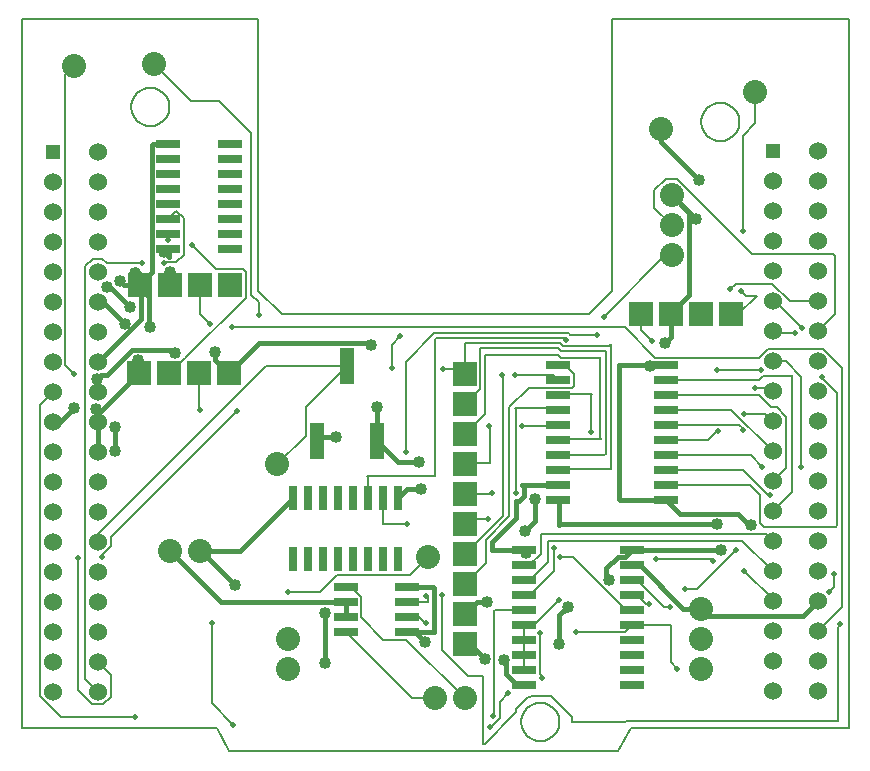
<source format=gbr>
G04 PROTEUS GERBER X2 FILE*
%TF.GenerationSoftware,Labcenter,Proteus,8.12-SP2-Build31155*%
%TF.CreationDate,2024-12-03T23:36:33+00:00*%
%TF.FileFunction,Copper,L1,Top*%
%TF.FilePolarity,Positive*%
%TF.Part,Single*%
%TF.SameCoordinates,{80aaee04-2193-4ab7-8769-78595995fdec}*%
%FSLAX45Y45*%
%MOMM*%
G01*
%TA.AperFunction,Conductor*%
%ADD10C,0.381000*%
%ADD11C,0.203200*%
%TA.AperFunction,ViaPad*%
%ADD12C,1.016000*%
%ADD13C,0.508000*%
%TA.AperFunction,ComponentPad*%
%ADD14R,1.270000X1.270000*%
%ADD15C,1.524000*%
%TA.AperFunction,ComponentPad*%
%ADD16R,2.032000X2.032000*%
%TA.AperFunction,ComponentPad*%
%ADD17C,2.032000*%
%TA.AperFunction,SMDPad,CuDef*%
%ADD18R,2.032000X0.635000*%
%TA.AperFunction,SMDPad,CuDef*%
%ADD19R,0.635000X2.032000*%
%TA.AperFunction,SMDPad,CuDef*%
%ADD70R,1.270000X3.048000*%
%TA.AperFunction,Profile*%
%ADD71C,0.203200*%
%TD.AperFunction*%
D10*
X+789693Y+2343385D02*
X+789693Y+2537490D01*
X+784147Y+2543036D01*
D11*
X+2750000Y+3067500D02*
X+2064695Y+3067500D01*
X+641000Y+1643805D01*
X+641000Y+1574000D01*
X+1239650Y+4309500D02*
X+1307052Y+4376902D01*
X+1370000Y+4313954D01*
X+1370000Y+4003379D01*
X+1306621Y+3940000D01*
X+1205389Y+3940000D01*
X+1198753Y+3933364D01*
X+1014599Y+3931705D02*
X+717249Y+3931705D01*
X+678954Y+3970000D01*
X+599429Y+3970000D01*
X+536004Y+3906575D01*
X+536004Y+408996D01*
X+641000Y+304000D01*
X+1239650Y+4182500D02*
X+1239650Y+4117636D01*
X+1237162Y+4115148D01*
X+1237162Y+4130388D01*
X+1440000Y+4090000D02*
X+1646873Y+3883127D01*
X+1868737Y+3883127D01*
X+1896098Y+3855766D01*
X+1896098Y+3640954D01*
X+1383592Y+3128448D01*
X+1377960Y+3128448D01*
X+1249512Y+3000000D01*
X+1242000Y+3000000D01*
D10*
X+1239650Y+4055500D02*
X+1244926Y+4050224D01*
X+1244926Y+3989490D01*
X+1207414Y+4027002D01*
X+1205776Y+4027002D01*
X+1252449Y+3856307D02*
X+1252449Y+3747551D01*
X+1260000Y+3740000D01*
X+1250000Y+3750000D01*
D11*
X+1504000Y+3750000D02*
X+1504000Y+3503386D01*
X+1591667Y+3415719D01*
X+1777934Y+3393142D02*
X+5103524Y+3393142D01*
X+5363169Y+3133497D01*
X+6240281Y+3133497D01*
X+6313659Y+3206875D01*
X+6780780Y+3206875D01*
X+6941664Y+3045991D01*
X+6941664Y+1380000D01*
X+6941580Y+1020580D01*
X+6737000Y+816000D01*
D10*
X+988000Y+3000000D02*
X+641000Y+2653000D01*
X+641000Y+2590000D01*
D11*
X+1496000Y+3000000D02*
X+1496000Y+2701408D01*
X+1507000Y+2690408D01*
X+1820000Y+2680000D02*
X+753467Y+1613467D01*
X+753467Y+1538942D01*
X+680000Y+1465475D01*
X+680000Y+1450000D01*
X+476888Y+1440164D02*
X+476888Y+316920D01*
X+595421Y+198387D01*
X+685733Y+198387D01*
X+750000Y+262654D01*
X+750000Y+449000D01*
X+641000Y+558000D01*
D10*
X+1250000Y+1500000D02*
X+1686500Y+1063500D01*
X+2739650Y+1063500D01*
D11*
X+2739650Y+809500D02*
X+3299150Y+250000D01*
X+3496000Y+250000D01*
X+3260350Y+1063500D02*
X+3435064Y+1063500D01*
X+3435600Y+1062964D01*
X+3435600Y+1108118D01*
X+3429955Y+1113763D01*
X+3424240Y+1113763D01*
X+3554133Y+1125052D02*
X+3554133Y+662208D01*
X+3779910Y+436431D01*
X+3904088Y+436431D01*
X+3904088Y-135968D01*
X+3918712Y-135968D01*
X+4169377Y+114697D01*
X+4184730Y+130050D01*
X+4184730Y+158272D01*
X+4286458Y+260000D01*
X+4300000Y+260000D01*
X+4312742Y+272742D01*
X+4477258Y+272742D01*
X+4660444Y+89556D01*
X+4660444Y+46964D01*
X+5106964Y+46964D01*
X+5118323Y+58323D01*
X+5230533Y+58323D01*
X+6907003Y+58323D01*
X+6912577Y+63897D01*
X+6912577Y+852577D01*
X+6940000Y+880000D01*
X+6926426Y+880000D01*
X+3260350Y+936500D02*
X+3362627Y+936500D01*
X+3424311Y+874816D01*
X+3435600Y+886105D01*
X+3424249Y+886105D01*
X+6835107Y+1145748D02*
X+6878710Y+1189351D01*
X+6878710Y+1303793D01*
X+3750000Y+250000D02*
X+3253685Y+746315D01*
X+3060417Y+746315D01*
X+2871220Y+935512D01*
X+2871220Y+1106294D01*
X+2787014Y+1190500D01*
X+2739650Y+1190500D01*
X+4543274Y+1079978D02*
X+4332296Y+869000D01*
X+4250000Y+869000D01*
X+5550000Y+500000D02*
X+5492273Y+557727D01*
X+5492273Y+866329D01*
X+5167071Y+866329D01*
X+5164400Y+869000D01*
X+4250000Y+1377000D02*
X+4295972Y+1377000D01*
X+4392171Y+1473199D01*
X+4392171Y+1637986D01*
X+6296014Y+1637986D01*
X+6356000Y+1578000D01*
X+4250000Y+1250000D02*
X+4299665Y+1250000D01*
X+4450000Y+1400335D01*
X+4450000Y+1580000D01*
X+6100000Y+1580000D01*
X+6356000Y+1324000D01*
X+4250000Y+1123000D02*
X+4297677Y+1123000D01*
X+4505817Y+1331140D01*
X+4505817Y+1518657D01*
X+6113914Y+1331140D02*
X+6356000Y+1089054D01*
X+6356000Y+1070000D01*
X+4250000Y+742000D02*
X+4250000Y+869000D01*
X+4250000Y+488000D02*
X+4250000Y+615000D01*
D10*
X+4250000Y+361000D02*
X+4190153Y+361000D01*
X+4095390Y+455763D01*
X+4095390Y+578003D01*
X+4080057Y+578003D01*
X+3919246Y+581817D02*
X+3791063Y+710000D01*
X+3750000Y+710000D01*
X+5164400Y+1504000D02*
X+5890938Y+1504000D01*
X+5914579Y+1527641D01*
X+5914579Y+1501298D01*
X+5884069Y+1722146D02*
X+4552146Y+1722146D01*
X+4550000Y+1720000D01*
X+4550000Y+1900629D01*
X+4545420Y+1905209D01*
X+4545420Y+1925880D01*
X+4542800Y+1928500D01*
X+5164400Y+1377000D02*
X+5229996Y+1377000D01*
X+5598996Y+1008000D01*
X+5750000Y+1008000D01*
D11*
X+5164400Y+1250000D02*
X+5210166Y+1250000D01*
X+5433274Y+1026892D01*
X+5490481Y+1026892D01*
X+5610616Y+1175631D02*
X+5719310Y+1175631D01*
X+6045390Y+1501711D01*
X+5164400Y+1123000D02*
X+5211310Y+1123000D01*
X+5284535Y+1049775D01*
X+5307418Y+1049775D01*
X+5364625Y+1427342D02*
X+5839444Y+1427342D01*
X+5850886Y+1415900D01*
X+5164400Y+996000D02*
X+5116371Y+996000D01*
X+4666698Y+1445673D01*
X+4559114Y+1445673D01*
D10*
X+5750000Y+1008000D02*
X+5809075Y+948925D01*
X+6615925Y+948925D01*
X+6737000Y+1070000D01*
X+5500000Y+4508000D02*
X+5646283Y+4361717D01*
X+5646283Y+3666541D01*
X+5496000Y+3516258D01*
X+5496000Y+3500000D01*
D11*
X+5500000Y+4254000D02*
X+5354528Y+4399472D01*
X+5354528Y+4549490D01*
X+5448918Y+4643880D01*
X+5549746Y+4643880D01*
X+6184746Y+4008880D01*
X+6864797Y+4008880D01*
X+6881959Y+3991718D01*
X+6881959Y+3500959D01*
X+6737000Y+3356000D01*
X+2930150Y+1946850D02*
X+2930150Y+2119850D01*
X+2920000Y+2130000D01*
X+3493686Y+2130000D01*
X+3495516Y+2128170D01*
X+3495516Y+3285856D01*
X+3507035Y+3297375D01*
X+4595606Y+3297375D01*
X+4607125Y+3285856D01*
X+4923906Y+3481684D02*
X+5442222Y+4000000D01*
X+5500000Y+4000000D01*
X+5242000Y+3500000D02*
X+5242000Y+3370935D01*
X+5338598Y+3274337D01*
X+4250000Y+615000D02*
X+4250000Y+742000D01*
X+3750000Y+2996000D02*
X+3750000Y+3254866D01*
X+3748087Y+3256779D01*
X+4559331Y+3256779D01*
X+4583520Y+3232590D01*
X+4607599Y+3232590D01*
X+4607620Y+3232611D01*
X+4972611Y+3232611D01*
X+4990000Y+3250000D01*
X+4990000Y+2193486D01*
X+4985917Y+2189403D01*
X+4549703Y+2189403D01*
X+4542800Y+2182500D01*
X+3750000Y+2742000D02*
X+3880619Y+2872619D01*
X+3880619Y+3214949D01*
X+3879333Y+3216235D01*
X+4538112Y+3216235D01*
X+4562310Y+3192037D01*
X+4942037Y+3192037D01*
X+4942049Y+3192049D01*
X+4942049Y+2320530D01*
X+3750000Y+2488000D02*
X+3921235Y+2659235D01*
X+3921235Y+3155174D01*
X+3925655Y+3159594D01*
X+4537996Y+3159594D01*
X+4566478Y+3131112D01*
X+4890525Y+3131112D01*
X+4895846Y+3136433D01*
X+4895846Y+2449819D01*
X+4901490Y+2444175D01*
X+4550475Y+2444175D01*
X+4542800Y+2436500D01*
X+4942049Y+2320530D02*
X+4931019Y+2309500D01*
X+4542800Y+2309500D01*
X+3750000Y+1472000D02*
X+4070000Y+1792000D01*
X+4070000Y+2990000D01*
X+4067221Y+2990000D01*
X+4173801Y+2988029D02*
X+4499271Y+2988029D01*
X+4542800Y+2944500D01*
X+3750000Y+1726000D02*
X+3788494Y+1764494D01*
X+3946414Y+1764494D01*
X+4821474Y+2504035D02*
X+4821474Y+2825407D01*
X+4825346Y+2829279D01*
X+4554579Y+2829279D01*
X+4542800Y+2817500D01*
X+3750000Y+1980000D02*
X+3968323Y+1980000D01*
X+3977390Y+1989067D01*
X+4182603Y+1989067D02*
X+4182603Y+2701505D01*
X+4178731Y+2705377D01*
X+4527923Y+2705377D01*
X+4542800Y+2690500D01*
X+3750000Y+2234000D02*
X+3756000Y+2240000D01*
X+3960000Y+2240000D01*
X+3960000Y+2556273D01*
X+3958030Y+2558243D01*
X+4235877Y+2554371D02*
X+4533671Y+2554371D01*
X+4542800Y+2563500D01*
D10*
X+5445549Y+3255983D02*
X+5496000Y+3306434D01*
X+5496000Y+3500000D01*
X+5457200Y+3071500D02*
X+5325148Y+3071500D01*
X+5056836Y+3071500D01*
X+5053201Y+3075135D01*
X+5053201Y+1939331D01*
X+5064870Y+1927662D01*
X+5456362Y+1927662D01*
X+5457200Y+1928500D01*
X+5325148Y+3071500D02*
X+5317384Y+3063736D01*
D11*
X+5457200Y+2944500D02*
X+6241187Y+2944500D01*
X+6274578Y+2977891D01*
X+6511853Y+2977891D01*
X+6523522Y+2989560D01*
X+6523522Y+1999522D01*
X+6356000Y+1832000D01*
X+5457200Y+2817500D02*
X+6238658Y+2817500D01*
X+6342769Y+2713389D01*
X+6348483Y+2713389D01*
X+6391270Y+2713389D01*
X+6470000Y+2634659D01*
X+6470000Y+2420000D01*
X+6470000Y+2200000D01*
X+6356000Y+2086000D01*
X+5457200Y+2690500D02*
X+6005500Y+2690500D01*
X+6356000Y+2340000D01*
X+5457200Y+2563500D02*
X+6074390Y+2563500D01*
X+6111209Y+2526681D01*
X+6102566Y+2518038D01*
X+6113735Y+2657569D02*
X+6292431Y+2657569D01*
X+6356000Y+2594000D01*
X+5457200Y+2436500D02*
X+5810982Y+2436500D01*
X+5893384Y+2518902D01*
X+5893384Y+2510249D01*
X+5885604Y+3032348D02*
X+6255130Y+3032348D01*
X+6210000Y+2880000D02*
X+6324000Y+2880000D01*
X+6356000Y+2848000D01*
X+5457200Y+2309500D02*
X+6168912Y+2309500D01*
X+6266799Y+2211613D01*
X+6600000Y+2210000D02*
X+6600000Y+2970457D01*
X+6468457Y+3102000D01*
X+6356000Y+3102000D01*
X+5457200Y+2182500D02*
X+6105314Y+2182500D01*
X+6317814Y+1970000D01*
X+6330000Y+1970000D01*
X+6330000Y+1969523D01*
X+6542970Y+3339637D02*
X+6372363Y+3339637D01*
X+6356000Y+3356000D01*
X+5457200Y+2055500D02*
X+6166189Y+2055500D01*
X+6251240Y+1970449D01*
X+6251240Y+1733175D01*
X+6282358Y+1702057D01*
X+6889395Y+1702057D01*
X+6901064Y+1713726D01*
X+6901064Y+2833733D01*
X+6772465Y+2962332D01*
X+6772465Y+2974001D01*
X+6601316Y+3386314D02*
X+6377630Y+3610000D01*
X+6356000Y+3610000D01*
D10*
X+3004000Y+2432500D02*
X+3182420Y+2254080D01*
X+3365613Y+2254080D01*
X+3381196Y+2024234D02*
X+3261534Y+2024234D01*
X+3184150Y+1946850D01*
X+996000Y+3750000D02*
X+860000Y+3750000D01*
X+830000Y+3780000D01*
X+870000Y+3420000D02*
X+684000Y+3606000D01*
X+641000Y+3606000D01*
X+917575Y+3562425D02*
X+740000Y+3740000D01*
X+730000Y+3740000D01*
X+721160Y+3731160D01*
X+3004000Y+2432500D02*
X+3004000Y+2715405D01*
X+3005709Y+2717114D01*
X+1023000Y+3777000D02*
X+1005115Y+3759115D01*
X+1239650Y+4944500D02*
X+1109384Y+4944500D01*
X+1097500Y+4932616D01*
X+1097500Y+4520280D01*
X+1101304Y+4516476D01*
X+1101304Y+3855304D01*
X+1023000Y+3777000D01*
X+1005115Y+3759115D02*
X+996000Y+3750000D01*
X+1005115Y+3720000D02*
X+1005115Y+3759115D01*
X+1005115Y+3833591D01*
X+956482Y+3882224D01*
X+956482Y+3853054D01*
X+1005115Y+3720000D02*
X+1005115Y+3462115D01*
X+641000Y+3098000D01*
X+1005115Y+3720000D02*
X+1080000Y+3645115D01*
X+1080000Y+3395262D01*
X+1085833Y+3389429D01*
X+5164400Y+1504000D02*
X+5108918Y+1448518D01*
X+5042962Y+1448518D01*
X+4949126Y+1354682D01*
X+4949126Y+1233170D01*
X+4969806Y+1253850D01*
X+636635Y+2953376D02*
X+669432Y+2986173D01*
X+718950Y+2986173D01*
X+930197Y+3197420D01*
X+1275975Y+3197420D01*
X+1295154Y+3178241D01*
X+1295154Y+3176454D01*
X+1636172Y+3182161D02*
X+1636172Y+3113828D01*
X+1750000Y+3000000D01*
X+2739650Y+936500D02*
X+2739650Y+1063500D01*
X+2567655Y+552887D02*
X+2567655Y+975951D01*
X+1807223Y+1207528D02*
X+1514751Y+1500000D01*
X+1504000Y+1500000D01*
X+1514751Y+1500000D02*
X+1848300Y+1500000D01*
X+2295150Y+1946850D01*
D11*
X+3750000Y+1218000D02*
X+3926367Y+1394367D01*
X+3926367Y+1590998D01*
X+4125769Y+1790400D01*
X+4125769Y+2716471D01*
X+4290399Y+2881101D01*
X+4658855Y+2881101D01*
X+4672303Y+2894549D01*
X+4672303Y+2993086D01*
X+4593889Y+3071500D01*
X+4542800Y+3071500D01*
D10*
X+4250000Y+1504000D02*
X+3977119Y+1504000D01*
X+3975850Y+1505269D01*
X+3975850Y+1570511D01*
X+4184566Y+1779227D01*
X+4184566Y+1920761D01*
X+4208084Y+1920761D01*
X+4247282Y+1959959D01*
X+4247282Y+2042769D01*
X+4232098Y+2057953D01*
X+4540347Y+2057953D01*
X+4542800Y+2055500D01*
X+3750000Y+964000D02*
X+3852256Y+1066256D01*
X+3941541Y+1066256D01*
X+4255121Y+1662059D02*
X+4345276Y+1752214D01*
X+4345276Y+1936440D01*
X+2957683Y+3237798D02*
X+2938781Y+3256700D01*
X+2006700Y+3256700D01*
X+1750000Y+3000000D01*
X+3413378Y+726584D02*
X+3330999Y+808963D01*
X+3284629Y+808963D01*
X+3260350Y+809500D01*
X+3260350Y+1190500D02*
X+3477396Y+1190500D01*
X+3486400Y+1181496D01*
X+3486400Y+808963D01*
X+3330999Y+808963D01*
X+3284629Y+808963D02*
X+3260887Y+808963D01*
X+3260350Y+809500D01*
X+641000Y+2590000D02*
X+641000Y+2336000D01*
X+2656009Y+2463916D02*
X+2527416Y+2463916D01*
X+2496000Y+2432500D01*
X+260000Y+2590000D02*
X+320000Y+2590000D01*
X+440000Y+2710000D01*
X+626927Y+2699996D02*
X+626927Y+2604073D01*
X+641000Y+2590000D01*
X+988000Y+3000000D02*
X+988000Y+3108052D01*
X+978975Y+3117077D01*
X+978975Y+3109858D01*
X+4620377Y+1026401D02*
X+4549076Y+955100D01*
X+4549076Y+705610D01*
X+4250000Y+1504000D02*
X+4267131Y+1486869D01*
X+4267131Y+1477231D01*
X+5457200Y+1928500D02*
X+5574668Y+1811032D01*
X+6062789Y+1811032D01*
X+6170923Y+1702898D01*
X+6170923Y+1716666D01*
D11*
X+6737000Y+3610000D02*
X+6503137Y+3610000D01*
X+6353357Y+3759780D01*
X+6042894Y+3759780D01*
X+5996374Y+3713260D01*
X+4870587Y+3327143D02*
X+4642638Y+3327143D01*
X+4630641Y+3339140D01*
X+3486979Y+3339140D01*
X+3248585Y+3100746D01*
X+3248585Y+2336264D01*
X+3264092Y+1722198D02*
X+3053200Y+1722198D01*
X+3053200Y+1942900D01*
X+3057150Y+1946850D01*
D10*
X+5410000Y+5070000D02*
X+5410000Y+4960000D01*
X+5730000Y+4640000D01*
X+5708072Y+4306734D02*
X+5506806Y+4508000D01*
X+5500000Y+4508000D01*
D11*
X+6210000Y+5380000D02*
X+6210000Y+5116752D01*
X+6107519Y+5014271D01*
X+6107519Y+4205339D01*
X+6088422Y+3700587D02*
X+6132730Y+3656279D01*
X+6222106Y+3656279D01*
X+6065827Y+3500000D01*
X+6004000Y+3500000D01*
X+2160000Y+2230000D02*
X+2402500Y+2472500D01*
X+2402500Y+2720000D01*
X+2750000Y+3067500D01*
X+1120000Y+5620000D02*
X+1434643Y+5305357D01*
X+1529689Y+5305357D01*
X+1671501Y+5305357D01*
X+1941664Y+5035194D01*
X+1941664Y+4210000D01*
X+1941664Y+3665196D01*
X+2004762Y+3602098D01*
X+2004762Y+3494244D01*
X+3199266Y+3313056D02*
X+3130000Y+3243790D01*
X+3130000Y+3050000D01*
X+3561643Y+3037917D02*
X+3708083Y+3037917D01*
X+3750000Y+2996000D01*
X+440000Y+5600000D02*
X+364350Y+5524350D01*
X+364350Y+3072871D01*
X+444081Y+2993140D01*
X+4250000Y+996000D02*
X+4008375Y+996000D01*
X+3997896Y+985521D01*
X+3997896Y+100802D01*
X+3992188Y+95094D01*
X+3992188Y+97812D01*
X+3990000Y+100000D01*
X+955604Y+89386D02*
X+327472Y+89386D01*
X+150795Y+266063D01*
X+150795Y+2734795D01*
X+260000Y+2844000D01*
X+5164400Y+869000D02*
X+5107986Y+812586D01*
X+4690383Y+812586D01*
X+4385797Y+799953D02*
X+4385797Y+452977D01*
X+4413027Y+425747D01*
X+4405728Y+425747D01*
X+4119100Y+295913D02*
X+4045873Y+222686D01*
X+4045873Y+79892D01*
X+3972312Y+6331D01*
X+3959331Y+6331D01*
X+1790731Y+25947D02*
X+1608838Y+207840D01*
X+1608838Y+886688D01*
X+2250000Y+1150000D02*
X+2520000Y+1150000D01*
X+2666702Y+1296702D01*
X+3286702Y+1296702D01*
X+3440000Y+1450000D01*
D12*
X+789693Y+2343385D03*
X+784147Y+2543036D03*
D13*
X+1198753Y+3933364D03*
X+1014599Y+3931705D03*
X+1237162Y+4130388D03*
X+1440000Y+4090000D03*
D12*
X+1205776Y+4027002D03*
X+1252449Y+3856307D03*
D13*
X+1591667Y+3415719D03*
X+1777934Y+3393142D03*
X+1507000Y+2690408D03*
X+1820000Y+2680000D03*
X+680000Y+1450000D03*
X+476888Y+1440164D03*
X+3424240Y+1113763D03*
X+3554133Y+1125052D03*
X+6926426Y+880000D03*
X+3424249Y+886105D03*
X+6835107Y+1145748D03*
X+6878710Y+1303793D03*
X+4543274Y+1079978D03*
X+5550000Y+500000D03*
X+4505817Y+1518657D03*
X+6113914Y+1331140D03*
D12*
X+4080057Y+578003D03*
X+3919246Y+581817D03*
X+5914579Y+1501298D03*
X+5884069Y+1722146D03*
D13*
X+5490481Y+1026892D03*
X+5610616Y+1175631D03*
X+6045390Y+1501711D03*
X+5307418Y+1049775D03*
X+5364625Y+1427342D03*
X+5850886Y+1415900D03*
X+4559114Y+1445673D03*
X+4607125Y+3285856D03*
X+4923906Y+3481684D03*
X+5338598Y+3274337D03*
X+4067221Y+2990000D03*
X+4173801Y+2988029D03*
X+3946414Y+1764494D03*
X+4821474Y+2504035D03*
X+3977390Y+1989067D03*
X+4182603Y+1989067D03*
X+3958030Y+2558243D03*
X+4235877Y+2554371D03*
D12*
X+5317384Y+3063736D03*
X+5445549Y+3255983D03*
D13*
X+6102566Y+2518038D03*
X+6113735Y+2657569D03*
X+5893384Y+2510249D03*
X+5885604Y+3032348D03*
X+6255130Y+3032348D03*
X+6210000Y+2880000D03*
X+6266799Y+2211613D03*
X+6600000Y+2210000D03*
X+6330000Y+1969523D03*
X+6542970Y+3339637D03*
X+6772465Y+2974001D03*
X+6601316Y+3386314D03*
D12*
X+3365613Y+2254080D03*
X+3381196Y+2024234D03*
X+830000Y+3780000D03*
X+870000Y+3420000D03*
X+917575Y+3562425D03*
X+721160Y+3731160D03*
X+3005709Y+2717114D03*
X+956482Y+3853054D03*
X+1085833Y+3389429D03*
X+4969806Y+1253850D03*
X+636635Y+2953376D03*
X+1295154Y+3176454D03*
X+1636172Y+3182161D03*
X+2567655Y+552887D03*
X+2567655Y+975951D03*
X+1807223Y+1207528D03*
X+3941541Y+1066256D03*
X+4255121Y+1662059D03*
X+4345276Y+1936440D03*
X+2957683Y+3237798D03*
X+3413378Y+726584D03*
X+2656009Y+2463916D03*
X+440000Y+2710000D03*
X+626927Y+2699996D03*
X+978975Y+3109858D03*
X+4620377Y+1026401D03*
X+4549076Y+705610D03*
X+4267131Y+1477231D03*
X+6170923Y+1716666D03*
D13*
X+5996374Y+3713260D03*
X+4870587Y+3327143D03*
X+3248585Y+2336264D03*
X+3264092Y+1722198D03*
D12*
X+5730000Y+4640000D03*
X+5708072Y+4306734D03*
D13*
X+6107519Y+4205339D03*
X+6088422Y+3700587D03*
X+2004762Y+3494244D03*
X+3199266Y+3313056D03*
X+3130000Y+3050000D03*
X+3561643Y+3037917D03*
X+444081Y+2993140D03*
X+3990000Y+100000D03*
X+955604Y+89386D03*
X+4690383Y+812586D03*
X+4385797Y+799953D03*
X+4405728Y+425747D03*
X+4119100Y+295913D03*
X+3959331Y+6331D03*
X+1790731Y+25947D03*
X+1608838Y+886688D03*
X+2250000Y+1150000D03*
D14*
X+260000Y+4876000D03*
D15*
X+641000Y+4876000D03*
X+260000Y+4622000D03*
X+641000Y+4622000D03*
X+260000Y+4368000D03*
X+641000Y+4368000D03*
X+260000Y+4114000D03*
X+641000Y+4114000D03*
X+260000Y+3860000D03*
X+641000Y+3860000D03*
X+260000Y+3606000D03*
X+641000Y+3606000D03*
X+260000Y+3352000D03*
X+641000Y+3352000D03*
X+260000Y+3098000D03*
X+641000Y+3098000D03*
X+260000Y+2844000D03*
X+641000Y+2844000D03*
X+260000Y+2590000D03*
X+641000Y+2590000D03*
X+260000Y+2336000D03*
X+641000Y+2336000D03*
X+260000Y+2082000D03*
X+641000Y+2082000D03*
X+260000Y+1828000D03*
X+641000Y+1828000D03*
X+260000Y+1574000D03*
X+641000Y+1574000D03*
X+260000Y+1320000D03*
X+641000Y+1320000D03*
X+260000Y+1066000D03*
X+641000Y+1066000D03*
X+260000Y+812000D03*
X+641000Y+812000D03*
X+260000Y+558000D03*
X+641000Y+558000D03*
X+260000Y+304000D03*
X+641000Y+304000D03*
D14*
X+6356000Y+4880000D03*
D15*
X+6737000Y+4880000D03*
X+6356000Y+4626000D03*
X+6737000Y+4626000D03*
X+6356000Y+4372000D03*
X+6737000Y+4372000D03*
X+6356000Y+4118000D03*
X+6737000Y+4118000D03*
X+6356000Y+3864000D03*
X+6737000Y+3864000D03*
X+6356000Y+3610000D03*
X+6737000Y+3610000D03*
X+6356000Y+3356000D03*
X+6737000Y+3356000D03*
X+6356000Y+3102000D03*
X+6737000Y+3102000D03*
X+6356000Y+2848000D03*
X+6737000Y+2848000D03*
X+6356000Y+2594000D03*
X+6737000Y+2594000D03*
X+6356000Y+2340000D03*
X+6737000Y+2340000D03*
X+6356000Y+2086000D03*
X+6737000Y+2086000D03*
X+6356000Y+1832000D03*
X+6737000Y+1832000D03*
X+6356000Y+1578000D03*
X+6737000Y+1578000D03*
X+6356000Y+1324000D03*
X+6737000Y+1324000D03*
X+6356000Y+1070000D03*
X+6737000Y+1070000D03*
X+6356000Y+816000D03*
X+6737000Y+816000D03*
X+6356000Y+562000D03*
X+6737000Y+562000D03*
X+6356000Y+308000D03*
X+6737000Y+308000D03*
D16*
X+6004000Y+3500000D03*
X+5750000Y+3500000D03*
X+5496000Y+3500000D03*
X+5242000Y+3500000D03*
X+3750000Y+2996000D03*
X+3750000Y+2742000D03*
X+3750000Y+2488000D03*
X+3750000Y+2234000D03*
X+3750000Y+1980000D03*
X+3750000Y+1726000D03*
X+3750000Y+1472000D03*
X+3750000Y+1218000D03*
X+3750000Y+964000D03*
X+3750000Y+710000D03*
D17*
X+1250000Y+1500000D03*
X+1504000Y+1500000D03*
D16*
X+996000Y+3750000D03*
X+1250000Y+3750000D03*
X+1504000Y+3750000D03*
X+1758000Y+3750000D03*
X+1750000Y+3000000D03*
X+1496000Y+3000000D03*
X+1242000Y+3000000D03*
X+988000Y+3000000D03*
D17*
X+5500000Y+4508000D03*
X+5500000Y+4254000D03*
X+5500000Y+4000000D03*
X+3750000Y+250000D03*
X+3496000Y+250000D03*
X+2254000Y+500000D03*
X+2254000Y+754000D03*
D18*
X+5457200Y+1928500D03*
X+5457200Y+2055500D03*
X+5457200Y+2182500D03*
X+5457200Y+2309500D03*
X+5457200Y+2436500D03*
X+5457200Y+2563500D03*
X+5457200Y+2690500D03*
X+5457200Y+2817500D03*
X+5457200Y+2944500D03*
X+5457200Y+3071500D03*
X+4542800Y+3071500D03*
X+4542800Y+2944500D03*
X+4542800Y+2817500D03*
X+4542800Y+2690500D03*
X+4542800Y+2563500D03*
X+4542800Y+2436500D03*
X+4542800Y+2309500D03*
X+4542800Y+2182500D03*
X+4542800Y+2055500D03*
X+4542800Y+1928500D03*
X+1239650Y+4944500D03*
X+1239650Y+4817500D03*
X+1239650Y+4690500D03*
X+1239650Y+4563500D03*
X+1239650Y+4436500D03*
X+1239650Y+4309500D03*
X+1239650Y+4182500D03*
X+1239650Y+4055500D03*
X+1760350Y+4055500D03*
X+1760350Y+4182500D03*
X+1760350Y+4309500D03*
X+1760350Y+4436500D03*
X+1760350Y+4563500D03*
X+1760350Y+4690500D03*
X+1760350Y+4817500D03*
X+1760350Y+4944500D03*
X+2739650Y+1190500D03*
X+2739650Y+1063500D03*
X+2739650Y+936500D03*
X+2739650Y+809500D03*
X+3260350Y+809500D03*
X+3260350Y+936500D03*
X+3260350Y+1063500D03*
X+3260350Y+1190500D03*
D19*
X+3184150Y+1946850D03*
X+3057150Y+1946850D03*
X+2930150Y+1946850D03*
X+2803150Y+1946850D03*
X+2676150Y+1946850D03*
X+2549150Y+1946850D03*
X+2422150Y+1946850D03*
X+2295150Y+1946850D03*
X+2295150Y+1426150D03*
X+2422150Y+1426150D03*
X+2549150Y+1426150D03*
X+2676150Y+1426150D03*
X+2803150Y+1426150D03*
X+2930150Y+1426150D03*
X+3057150Y+1426150D03*
X+3184150Y+1426150D03*
D18*
X+4250000Y+1504000D03*
X+4250000Y+1377000D03*
X+4250000Y+1250000D03*
X+4250000Y+1123000D03*
X+4250000Y+996000D03*
X+4250000Y+869000D03*
X+4250000Y+742000D03*
X+4250000Y+615000D03*
X+4250000Y+488000D03*
X+4250000Y+361000D03*
X+5164400Y+361000D03*
X+5164400Y+488000D03*
X+5164400Y+615000D03*
X+5164400Y+742000D03*
X+5164400Y+869000D03*
X+5164400Y+996000D03*
X+5164400Y+1123000D03*
X+5164400Y+1250000D03*
X+5164400Y+1377000D03*
X+5164400Y+1504000D03*
D17*
X+5750000Y+500000D03*
X+5750000Y+754000D03*
X+5750000Y+1008000D03*
D70*
X+2496000Y+2432500D03*
X+3004000Y+2432500D03*
X+2750000Y+3067500D03*
D17*
X+3440000Y+1450000D03*
X+2160000Y+2230000D03*
X+5410000Y+5070000D03*
X+6210000Y+5380000D03*
X+1120000Y+5620000D03*
X+440000Y+5600000D03*
D71*
X+0Y+0D02*
X+1650000Y+0D01*
X+7000000Y+0D02*
X+7000000Y+6000000D01*
X+5000000Y+6000000D01*
X+5000000Y+3700000D01*
X+4800000Y+3500000D01*
X+2200000Y+3500000D01*
X+2000000Y+3700000D02*
X+2000000Y+6000000D01*
X+0Y+6000000D01*
X+0Y+0D01*
X+2000000Y+3700000D02*
X+2200000Y+3500000D01*
X+5160000Y+0D02*
X+7000000Y+0D01*
X+1750000Y-200000D02*
X+5050000Y-200000D01*
X+1650000Y+0D02*
X+1750000Y-200000D01*
X+5160000Y+0D02*
X+5050000Y-200000D01*
X+4550045Y+50000D02*
X+4549508Y+63142D01*
X+4545144Y+89427D01*
X+4536029Y+115712D01*
X+4521182Y+141997D01*
X+4498470Y+168118D01*
X+4472185Y+187898D01*
X+4445900Y+200658D01*
X+4419615Y+208108D01*
X+4393330Y+210987D01*
X+4389000Y+211045D01*
X+4227955Y+50000D02*
X+4228492Y+63142D01*
X+4232856Y+89427D01*
X+4241971Y+115712D01*
X+4256818Y+141997D01*
X+4279530Y+168118D01*
X+4305815Y+187898D01*
X+4332100Y+200658D01*
X+4358385Y+208108D01*
X+4384670Y+210987D01*
X+4389000Y+211045D01*
X+4227955Y+50000D02*
X+4228492Y+36858D01*
X+4232856Y+10573D01*
X+4241971Y-15712D01*
X+4256818Y-41997D01*
X+4279530Y-68118D01*
X+4305815Y-87898D01*
X+4332100Y-100658D01*
X+4358385Y-108108D01*
X+4384670Y-110987D01*
X+4389000Y-111045D01*
X+4550045Y+50000D02*
X+4549508Y+36858D01*
X+4545144Y+10573D01*
X+4536029Y-15712D01*
X+4521182Y-41997D01*
X+4498470Y-68118D01*
X+4472185Y-87898D01*
X+4445900Y-100658D01*
X+4419615Y-108108D01*
X+4393330Y-110987D01*
X+4389000Y-111045D01*
X+6074045Y+5130000D02*
X+6073508Y+5143142D01*
X+6069144Y+5169427D01*
X+6060029Y+5195712D01*
X+6045182Y+5221997D01*
X+6022470Y+5248118D01*
X+5996185Y+5267898D01*
X+5969900Y+5280658D01*
X+5943615Y+5288108D01*
X+5917330Y+5290987D01*
X+5913000Y+5291045D01*
X+5751955Y+5130000D02*
X+5752492Y+5143142D01*
X+5756856Y+5169427D01*
X+5765971Y+5195712D01*
X+5780818Y+5221997D01*
X+5803530Y+5248118D01*
X+5829815Y+5267898D01*
X+5856100Y+5280658D01*
X+5882385Y+5288108D01*
X+5908670Y+5290987D01*
X+5913000Y+5291045D01*
X+5751955Y+5130000D02*
X+5752492Y+5116858D01*
X+5756856Y+5090573D01*
X+5765971Y+5064288D01*
X+5780818Y+5038003D01*
X+5803530Y+5011882D01*
X+5829815Y+4992102D01*
X+5856100Y+4979342D01*
X+5882385Y+4971892D01*
X+5908670Y+4969013D01*
X+5913000Y+4968955D01*
X+6074045Y+5130000D02*
X+6073508Y+5116858D01*
X+6069144Y+5090573D01*
X+6060029Y+5064288D01*
X+6045182Y+5038003D01*
X+6022470Y+5011882D01*
X+5996185Y+4992102D01*
X+5969900Y+4979342D01*
X+5943615Y+4971892D01*
X+5917330Y+4969013D01*
X+5913000Y+4968955D01*
X+1248045Y+5257000D02*
X+1247508Y+5270142D01*
X+1243144Y+5296427D01*
X+1234029Y+5322712D01*
X+1219182Y+5348997D01*
X+1196470Y+5375118D01*
X+1170185Y+5394898D01*
X+1143900Y+5407658D01*
X+1117615Y+5415108D01*
X+1091330Y+5417987D01*
X+1087000Y+5418045D01*
X+925955Y+5257000D02*
X+926492Y+5270142D01*
X+930856Y+5296427D01*
X+939971Y+5322712D01*
X+954818Y+5348997D01*
X+977530Y+5375118D01*
X+1003815Y+5394898D01*
X+1030100Y+5407658D01*
X+1056385Y+5415108D01*
X+1082670Y+5417987D01*
X+1087000Y+5418045D01*
X+925955Y+5257000D02*
X+926492Y+5243858D01*
X+930856Y+5217573D01*
X+939971Y+5191288D01*
X+954818Y+5165003D01*
X+977530Y+5138882D01*
X+1003815Y+5119102D01*
X+1030100Y+5106342D01*
X+1056385Y+5098892D01*
X+1082670Y+5096013D01*
X+1087000Y+5095955D01*
X+1248045Y+5257000D02*
X+1247508Y+5243858D01*
X+1243144Y+5217573D01*
X+1234029Y+5191288D01*
X+1219182Y+5165003D01*
X+1196470Y+5138882D01*
X+1170185Y+5119102D01*
X+1143900Y+5106342D01*
X+1117615Y+5098892D01*
X+1091330Y+5096013D01*
X+1087000Y+5095955D01*
M02*

</source>
